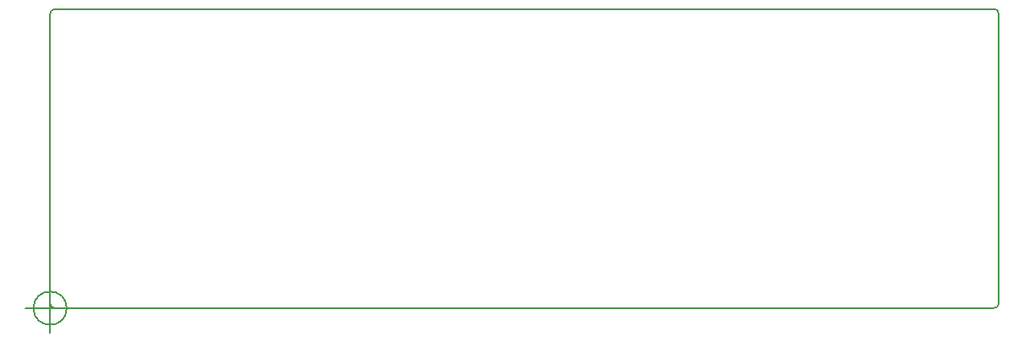
<source format=gbr>
G04 #@! TF.GenerationSoftware,KiCad,Pcbnew,(5.1.10)-1*
G04 #@! TF.CreationDate,2021-08-11T19:04:19+09:00*
G04 #@! TF.ProjectId,ESP32_LED,45535033-325f-44c4-9544-2e6b69636164,rev?*
G04 #@! TF.SameCoordinates,Original*
G04 #@! TF.FileFunction,Profile,NP*
%FSLAX46Y46*%
G04 Gerber Fmt 4.6, Leading zero omitted, Abs format (unit mm)*
G04 Created by KiCad (PCBNEW (5.1.10)-1) date 2021-08-11 19:04:19*
%MOMM*%
%LPD*%
G01*
G04 APERTURE LIST*
G04 #@! TA.AperFunction,Profile*
%ADD10C,0.150000*%
G04 #@! TD*
G04 APERTURE END LIST*
D10*
X184500000Y-70000000D02*
G75*
G02*
X185000000Y-70500000I0J-500000D01*
G01*
X185000000Y-99500000D02*
G75*
G02*
X184500000Y-100000000I-500000J0D01*
G01*
X90500000Y-100000000D02*
G75*
G02*
X90000000Y-99500000I0J500000D01*
G01*
X90000000Y-70500000D02*
G75*
G02*
X90500000Y-70000000I500000J0D01*
G01*
X91666666Y-100000000D02*
G75*
G03*
X91666666Y-100000000I-1666666J0D01*
G01*
X87500000Y-100000000D02*
X92500000Y-100000000D01*
X90000000Y-97500000D02*
X90000000Y-102500000D01*
X90000000Y-70500000D02*
X90000000Y-99500000D01*
X90500000Y-100000000D02*
X184500000Y-100000000D01*
X184500000Y-70000000D02*
X90500000Y-70000000D01*
X185000000Y-70500000D02*
X185000000Y-99500000D01*
M02*

</source>
